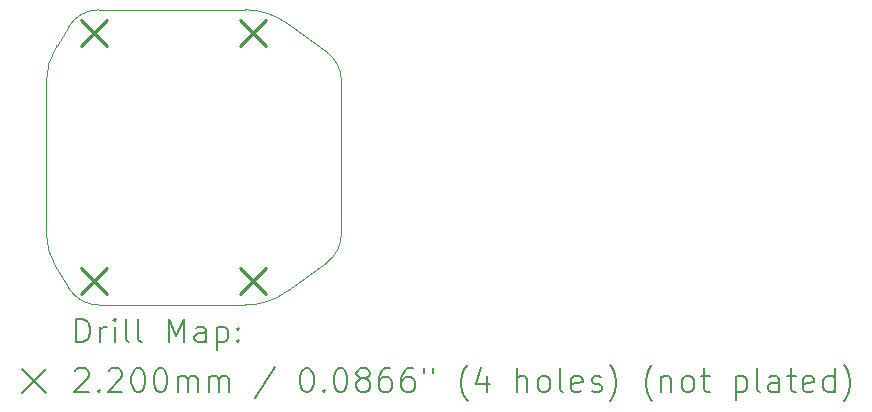
<source format=gbr>
%TF.GenerationSoftware,KiCad,Pcbnew,7.0.9*%
%TF.CreationDate,2024-09-28T05:22:22+08:00*%
%TF.ProjectId,cameraadapt,63616d65-7261-4616-9461-70742e6b6963,rev?*%
%TF.SameCoordinates,Original*%
%TF.FileFunction,Drillmap*%
%TF.FilePolarity,Positive*%
%FSLAX45Y45*%
G04 Gerber Fmt 4.5, Leading zero omitted, Abs format (unit mm)*
G04 Created by KiCad (PCBNEW 7.0.9) date 2024-09-28 05:22:22*
%MOMM*%
%LPD*%
G01*
G04 APERTURE LIST*
%ADD10C,0.100000*%
%ADD11C,0.200000*%
%ADD12C,0.220000*%
G04 APERTURE END LIST*
D10*
X-1080000Y-628571D02*
G75*
G03*
X-989434Y-945552I599999J0D01*
G01*
X-989434Y945552D02*
G75*
G03*
X-1080000Y628571I509433J-316981D01*
G01*
X957645Y1135580D02*
G75*
G03*
X605208Y1250000I-352437J-485580D01*
G01*
X605208Y-1250000D02*
G75*
G03*
X957645Y-1135580I0J600000D01*
G01*
X1420001Y647051D02*
G75*
G03*
X1296219Y889841I-300001J-1D01*
G01*
X1296218Y-889840D02*
G75*
G03*
X1420000Y-647051I-176218J242790D01*
G01*
X-888050Y-1108491D02*
G75*
G03*
X-633333Y-1250000I254717J158491D01*
G01*
X-633333Y1250000D02*
G75*
G03*
X-888050Y1108491I0J-300000D01*
G01*
X1420000Y647051D02*
X1420000Y-647051D01*
X-989434Y945552D02*
X-888050Y1108491D01*
X-1080000Y-628571D02*
X-1080000Y628571D01*
X957645Y-1135580D02*
X1296219Y-889841D01*
X605208Y-1250000D02*
X-633333Y-1250000D01*
X-633333Y1250000D02*
X605208Y1250000D01*
X-888050Y-1108491D02*
X-989434Y-945552D01*
X957645Y1135580D02*
X1296219Y889841D01*
D11*
D12*
X-785000Y1160000D02*
X-565000Y940000D01*
X-565000Y1160000D02*
X-785000Y940000D01*
X-785000Y-940000D02*
X-565000Y-1160000D01*
X-565000Y-940000D02*
X-785000Y-1160000D01*
X565000Y1160000D02*
X785000Y940000D01*
X785000Y1160000D02*
X565000Y940000D01*
X565000Y-940000D02*
X785000Y-1160000D01*
X785000Y-940000D02*
X565000Y-1160000D01*
D11*
X-824223Y-1566484D02*
X-824223Y-1366484D01*
X-824223Y-1366484D02*
X-776604Y-1366484D01*
X-776604Y-1366484D02*
X-748033Y-1376008D01*
X-748033Y-1376008D02*
X-728985Y-1395055D01*
X-728985Y-1395055D02*
X-719461Y-1414103D01*
X-719461Y-1414103D02*
X-709937Y-1452198D01*
X-709937Y-1452198D02*
X-709937Y-1480769D01*
X-709937Y-1480769D02*
X-719461Y-1518865D01*
X-719461Y-1518865D02*
X-728985Y-1537912D01*
X-728985Y-1537912D02*
X-748033Y-1556960D01*
X-748033Y-1556960D02*
X-776604Y-1566484D01*
X-776604Y-1566484D02*
X-824223Y-1566484D01*
X-624223Y-1566484D02*
X-624223Y-1433150D01*
X-624223Y-1471246D02*
X-614699Y-1452198D01*
X-614699Y-1452198D02*
X-605176Y-1442674D01*
X-605176Y-1442674D02*
X-586128Y-1433150D01*
X-586128Y-1433150D02*
X-567080Y-1433150D01*
X-500414Y-1566484D02*
X-500414Y-1433150D01*
X-500414Y-1366484D02*
X-509937Y-1376008D01*
X-509937Y-1376008D02*
X-500414Y-1385531D01*
X-500414Y-1385531D02*
X-490890Y-1376008D01*
X-490890Y-1376008D02*
X-500414Y-1366484D01*
X-500414Y-1366484D02*
X-500414Y-1385531D01*
X-376604Y-1566484D02*
X-395652Y-1556960D01*
X-395652Y-1556960D02*
X-405175Y-1537912D01*
X-405175Y-1537912D02*
X-405175Y-1366484D01*
X-271842Y-1566484D02*
X-290890Y-1556960D01*
X-290890Y-1556960D02*
X-300414Y-1537912D01*
X-300414Y-1537912D02*
X-300414Y-1366484D01*
X-43271Y-1566484D02*
X-43271Y-1366484D01*
X-43271Y-1366484D02*
X23396Y-1509341D01*
X23396Y-1509341D02*
X90062Y-1366484D01*
X90062Y-1366484D02*
X90062Y-1566484D01*
X271015Y-1566484D02*
X271015Y-1461722D01*
X271015Y-1461722D02*
X261491Y-1442674D01*
X261491Y-1442674D02*
X242443Y-1433150D01*
X242443Y-1433150D02*
X204348Y-1433150D01*
X204348Y-1433150D02*
X185301Y-1442674D01*
X271015Y-1556960D02*
X251967Y-1566484D01*
X251967Y-1566484D02*
X204348Y-1566484D01*
X204348Y-1566484D02*
X185301Y-1556960D01*
X185301Y-1556960D02*
X175777Y-1537912D01*
X175777Y-1537912D02*
X175777Y-1518865D01*
X175777Y-1518865D02*
X185301Y-1499817D01*
X185301Y-1499817D02*
X204348Y-1490293D01*
X204348Y-1490293D02*
X251967Y-1490293D01*
X251967Y-1490293D02*
X271015Y-1480769D01*
X366253Y-1433150D02*
X366253Y-1633150D01*
X366253Y-1442674D02*
X385301Y-1433150D01*
X385301Y-1433150D02*
X423396Y-1433150D01*
X423396Y-1433150D02*
X442443Y-1442674D01*
X442443Y-1442674D02*
X451967Y-1452198D01*
X451967Y-1452198D02*
X461491Y-1471246D01*
X461491Y-1471246D02*
X461491Y-1528388D01*
X461491Y-1528388D02*
X451967Y-1547436D01*
X451967Y-1547436D02*
X442443Y-1556960D01*
X442443Y-1556960D02*
X423396Y-1566484D01*
X423396Y-1566484D02*
X385301Y-1566484D01*
X385301Y-1566484D02*
X366253Y-1556960D01*
X547205Y-1547436D02*
X556729Y-1556960D01*
X556729Y-1556960D02*
X547205Y-1566484D01*
X547205Y-1566484D02*
X537682Y-1556960D01*
X537682Y-1556960D02*
X547205Y-1547436D01*
X547205Y-1547436D02*
X547205Y-1566484D01*
X547205Y-1442674D02*
X556729Y-1452198D01*
X556729Y-1452198D02*
X547205Y-1461722D01*
X547205Y-1461722D02*
X537682Y-1452198D01*
X537682Y-1452198D02*
X547205Y-1442674D01*
X547205Y-1442674D02*
X547205Y-1461722D01*
X-1285000Y-1795000D02*
X-1085000Y-1995000D01*
X-1085000Y-1795000D02*
X-1285000Y-1995000D01*
X-833747Y-1805531D02*
X-824223Y-1796008D01*
X-824223Y-1796008D02*
X-805175Y-1786484D01*
X-805175Y-1786484D02*
X-757556Y-1786484D01*
X-757556Y-1786484D02*
X-738509Y-1796008D01*
X-738509Y-1796008D02*
X-728985Y-1805531D01*
X-728985Y-1805531D02*
X-719461Y-1824579D01*
X-719461Y-1824579D02*
X-719461Y-1843627D01*
X-719461Y-1843627D02*
X-728985Y-1872198D01*
X-728985Y-1872198D02*
X-843271Y-1986484D01*
X-843271Y-1986484D02*
X-719461Y-1986484D01*
X-633747Y-1967436D02*
X-624223Y-1976960D01*
X-624223Y-1976960D02*
X-633747Y-1986484D01*
X-633747Y-1986484D02*
X-643271Y-1976960D01*
X-643271Y-1976960D02*
X-633747Y-1967436D01*
X-633747Y-1967436D02*
X-633747Y-1986484D01*
X-548033Y-1805531D02*
X-538509Y-1796008D01*
X-538509Y-1796008D02*
X-519461Y-1786484D01*
X-519461Y-1786484D02*
X-471842Y-1786484D01*
X-471842Y-1786484D02*
X-452794Y-1796008D01*
X-452794Y-1796008D02*
X-443271Y-1805531D01*
X-443271Y-1805531D02*
X-433747Y-1824579D01*
X-433747Y-1824579D02*
X-433747Y-1843627D01*
X-433747Y-1843627D02*
X-443271Y-1872198D01*
X-443271Y-1872198D02*
X-557556Y-1986484D01*
X-557556Y-1986484D02*
X-433747Y-1986484D01*
X-309937Y-1786484D02*
X-290890Y-1786484D01*
X-290890Y-1786484D02*
X-271842Y-1796008D01*
X-271842Y-1796008D02*
X-262318Y-1805531D01*
X-262318Y-1805531D02*
X-252794Y-1824579D01*
X-252794Y-1824579D02*
X-243271Y-1862674D01*
X-243271Y-1862674D02*
X-243271Y-1910293D01*
X-243271Y-1910293D02*
X-252794Y-1948388D01*
X-252794Y-1948388D02*
X-262318Y-1967436D01*
X-262318Y-1967436D02*
X-271842Y-1976960D01*
X-271842Y-1976960D02*
X-290890Y-1986484D01*
X-290890Y-1986484D02*
X-309937Y-1986484D01*
X-309937Y-1986484D02*
X-328985Y-1976960D01*
X-328985Y-1976960D02*
X-338509Y-1967436D01*
X-338509Y-1967436D02*
X-348033Y-1948388D01*
X-348033Y-1948388D02*
X-357556Y-1910293D01*
X-357556Y-1910293D02*
X-357556Y-1862674D01*
X-357556Y-1862674D02*
X-348033Y-1824579D01*
X-348033Y-1824579D02*
X-338509Y-1805531D01*
X-338509Y-1805531D02*
X-328985Y-1796008D01*
X-328985Y-1796008D02*
X-309937Y-1786484D01*
X-119461Y-1786484D02*
X-100413Y-1786484D01*
X-100413Y-1786484D02*
X-81366Y-1796008D01*
X-81366Y-1796008D02*
X-71842Y-1805531D01*
X-71842Y-1805531D02*
X-62318Y-1824579D01*
X-62318Y-1824579D02*
X-52794Y-1862674D01*
X-52794Y-1862674D02*
X-52794Y-1910293D01*
X-52794Y-1910293D02*
X-62318Y-1948388D01*
X-62318Y-1948388D02*
X-71842Y-1967436D01*
X-71842Y-1967436D02*
X-81366Y-1976960D01*
X-81366Y-1976960D02*
X-100413Y-1986484D01*
X-100413Y-1986484D02*
X-119461Y-1986484D01*
X-119461Y-1986484D02*
X-138509Y-1976960D01*
X-138509Y-1976960D02*
X-148033Y-1967436D01*
X-148033Y-1967436D02*
X-157556Y-1948388D01*
X-157556Y-1948388D02*
X-167080Y-1910293D01*
X-167080Y-1910293D02*
X-167080Y-1862674D01*
X-167080Y-1862674D02*
X-157556Y-1824579D01*
X-157556Y-1824579D02*
X-148033Y-1805531D01*
X-148033Y-1805531D02*
X-138509Y-1796008D01*
X-138509Y-1796008D02*
X-119461Y-1786484D01*
X32920Y-1986484D02*
X32920Y-1853150D01*
X32920Y-1872198D02*
X42444Y-1862674D01*
X42444Y-1862674D02*
X61491Y-1853150D01*
X61491Y-1853150D02*
X90063Y-1853150D01*
X90063Y-1853150D02*
X109110Y-1862674D01*
X109110Y-1862674D02*
X118634Y-1881722D01*
X118634Y-1881722D02*
X118634Y-1986484D01*
X118634Y-1881722D02*
X128158Y-1862674D01*
X128158Y-1862674D02*
X147205Y-1853150D01*
X147205Y-1853150D02*
X175777Y-1853150D01*
X175777Y-1853150D02*
X194824Y-1862674D01*
X194824Y-1862674D02*
X204348Y-1881722D01*
X204348Y-1881722D02*
X204348Y-1986484D01*
X299586Y-1986484D02*
X299586Y-1853150D01*
X299586Y-1872198D02*
X309110Y-1862674D01*
X309110Y-1862674D02*
X328158Y-1853150D01*
X328158Y-1853150D02*
X356729Y-1853150D01*
X356729Y-1853150D02*
X375777Y-1862674D01*
X375777Y-1862674D02*
X385301Y-1881722D01*
X385301Y-1881722D02*
X385301Y-1986484D01*
X385301Y-1881722D02*
X394824Y-1862674D01*
X394824Y-1862674D02*
X413872Y-1853150D01*
X413872Y-1853150D02*
X442443Y-1853150D01*
X442443Y-1853150D02*
X461491Y-1862674D01*
X461491Y-1862674D02*
X471015Y-1881722D01*
X471015Y-1881722D02*
X471015Y-1986484D01*
X861491Y-1776960D02*
X690063Y-2034103D01*
X1118634Y-1786484D02*
X1137682Y-1786484D01*
X1137682Y-1786484D02*
X1156729Y-1796008D01*
X1156729Y-1796008D02*
X1166253Y-1805531D01*
X1166253Y-1805531D02*
X1175777Y-1824579D01*
X1175777Y-1824579D02*
X1185301Y-1862674D01*
X1185301Y-1862674D02*
X1185301Y-1910293D01*
X1185301Y-1910293D02*
X1175777Y-1948388D01*
X1175777Y-1948388D02*
X1166253Y-1967436D01*
X1166253Y-1967436D02*
X1156729Y-1976960D01*
X1156729Y-1976960D02*
X1137682Y-1986484D01*
X1137682Y-1986484D02*
X1118634Y-1986484D01*
X1118634Y-1986484D02*
X1099587Y-1976960D01*
X1099587Y-1976960D02*
X1090063Y-1967436D01*
X1090063Y-1967436D02*
X1080539Y-1948388D01*
X1080539Y-1948388D02*
X1071015Y-1910293D01*
X1071015Y-1910293D02*
X1071015Y-1862674D01*
X1071015Y-1862674D02*
X1080539Y-1824579D01*
X1080539Y-1824579D02*
X1090063Y-1805531D01*
X1090063Y-1805531D02*
X1099587Y-1796008D01*
X1099587Y-1796008D02*
X1118634Y-1786484D01*
X1271015Y-1967436D02*
X1280539Y-1976960D01*
X1280539Y-1976960D02*
X1271015Y-1986484D01*
X1271015Y-1986484D02*
X1261491Y-1976960D01*
X1261491Y-1976960D02*
X1271015Y-1967436D01*
X1271015Y-1967436D02*
X1271015Y-1986484D01*
X1404348Y-1786484D02*
X1423396Y-1786484D01*
X1423396Y-1786484D02*
X1442444Y-1796008D01*
X1442444Y-1796008D02*
X1451967Y-1805531D01*
X1451967Y-1805531D02*
X1461491Y-1824579D01*
X1461491Y-1824579D02*
X1471015Y-1862674D01*
X1471015Y-1862674D02*
X1471015Y-1910293D01*
X1471015Y-1910293D02*
X1461491Y-1948388D01*
X1461491Y-1948388D02*
X1451967Y-1967436D01*
X1451967Y-1967436D02*
X1442444Y-1976960D01*
X1442444Y-1976960D02*
X1423396Y-1986484D01*
X1423396Y-1986484D02*
X1404348Y-1986484D01*
X1404348Y-1986484D02*
X1385301Y-1976960D01*
X1385301Y-1976960D02*
X1375777Y-1967436D01*
X1375777Y-1967436D02*
X1366253Y-1948388D01*
X1366253Y-1948388D02*
X1356729Y-1910293D01*
X1356729Y-1910293D02*
X1356729Y-1862674D01*
X1356729Y-1862674D02*
X1366253Y-1824579D01*
X1366253Y-1824579D02*
X1375777Y-1805531D01*
X1375777Y-1805531D02*
X1385301Y-1796008D01*
X1385301Y-1796008D02*
X1404348Y-1786484D01*
X1585301Y-1872198D02*
X1566253Y-1862674D01*
X1566253Y-1862674D02*
X1556729Y-1853150D01*
X1556729Y-1853150D02*
X1547206Y-1834103D01*
X1547206Y-1834103D02*
X1547206Y-1824579D01*
X1547206Y-1824579D02*
X1556729Y-1805531D01*
X1556729Y-1805531D02*
X1566253Y-1796008D01*
X1566253Y-1796008D02*
X1585301Y-1786484D01*
X1585301Y-1786484D02*
X1623396Y-1786484D01*
X1623396Y-1786484D02*
X1642444Y-1796008D01*
X1642444Y-1796008D02*
X1651967Y-1805531D01*
X1651967Y-1805531D02*
X1661491Y-1824579D01*
X1661491Y-1824579D02*
X1661491Y-1834103D01*
X1661491Y-1834103D02*
X1651967Y-1853150D01*
X1651967Y-1853150D02*
X1642444Y-1862674D01*
X1642444Y-1862674D02*
X1623396Y-1872198D01*
X1623396Y-1872198D02*
X1585301Y-1872198D01*
X1585301Y-1872198D02*
X1566253Y-1881722D01*
X1566253Y-1881722D02*
X1556729Y-1891246D01*
X1556729Y-1891246D02*
X1547206Y-1910293D01*
X1547206Y-1910293D02*
X1547206Y-1948388D01*
X1547206Y-1948388D02*
X1556729Y-1967436D01*
X1556729Y-1967436D02*
X1566253Y-1976960D01*
X1566253Y-1976960D02*
X1585301Y-1986484D01*
X1585301Y-1986484D02*
X1623396Y-1986484D01*
X1623396Y-1986484D02*
X1642444Y-1976960D01*
X1642444Y-1976960D02*
X1651967Y-1967436D01*
X1651967Y-1967436D02*
X1661491Y-1948388D01*
X1661491Y-1948388D02*
X1661491Y-1910293D01*
X1661491Y-1910293D02*
X1651967Y-1891246D01*
X1651967Y-1891246D02*
X1642444Y-1881722D01*
X1642444Y-1881722D02*
X1623396Y-1872198D01*
X1832920Y-1786484D02*
X1794825Y-1786484D01*
X1794825Y-1786484D02*
X1775777Y-1796008D01*
X1775777Y-1796008D02*
X1766253Y-1805531D01*
X1766253Y-1805531D02*
X1747206Y-1834103D01*
X1747206Y-1834103D02*
X1737682Y-1872198D01*
X1737682Y-1872198D02*
X1737682Y-1948388D01*
X1737682Y-1948388D02*
X1747206Y-1967436D01*
X1747206Y-1967436D02*
X1756729Y-1976960D01*
X1756729Y-1976960D02*
X1775777Y-1986484D01*
X1775777Y-1986484D02*
X1813872Y-1986484D01*
X1813872Y-1986484D02*
X1832920Y-1976960D01*
X1832920Y-1976960D02*
X1842444Y-1967436D01*
X1842444Y-1967436D02*
X1851967Y-1948388D01*
X1851967Y-1948388D02*
X1851967Y-1900769D01*
X1851967Y-1900769D02*
X1842444Y-1881722D01*
X1842444Y-1881722D02*
X1832920Y-1872198D01*
X1832920Y-1872198D02*
X1813872Y-1862674D01*
X1813872Y-1862674D02*
X1775777Y-1862674D01*
X1775777Y-1862674D02*
X1756729Y-1872198D01*
X1756729Y-1872198D02*
X1747206Y-1881722D01*
X1747206Y-1881722D02*
X1737682Y-1900769D01*
X2023396Y-1786484D02*
X1985301Y-1786484D01*
X1985301Y-1786484D02*
X1966253Y-1796008D01*
X1966253Y-1796008D02*
X1956729Y-1805531D01*
X1956729Y-1805531D02*
X1937682Y-1834103D01*
X1937682Y-1834103D02*
X1928158Y-1872198D01*
X1928158Y-1872198D02*
X1928158Y-1948388D01*
X1928158Y-1948388D02*
X1937682Y-1967436D01*
X1937682Y-1967436D02*
X1947206Y-1976960D01*
X1947206Y-1976960D02*
X1966253Y-1986484D01*
X1966253Y-1986484D02*
X2004348Y-1986484D01*
X2004348Y-1986484D02*
X2023396Y-1976960D01*
X2023396Y-1976960D02*
X2032920Y-1967436D01*
X2032920Y-1967436D02*
X2042444Y-1948388D01*
X2042444Y-1948388D02*
X2042444Y-1900769D01*
X2042444Y-1900769D02*
X2032920Y-1881722D01*
X2032920Y-1881722D02*
X2023396Y-1872198D01*
X2023396Y-1872198D02*
X2004348Y-1862674D01*
X2004348Y-1862674D02*
X1966253Y-1862674D01*
X1966253Y-1862674D02*
X1947206Y-1872198D01*
X1947206Y-1872198D02*
X1937682Y-1881722D01*
X1937682Y-1881722D02*
X1928158Y-1900769D01*
X2118634Y-1786484D02*
X2118634Y-1824579D01*
X2194825Y-1786484D02*
X2194825Y-1824579D01*
X2490063Y-2062674D02*
X2480539Y-2053150D01*
X2480539Y-2053150D02*
X2461491Y-2024579D01*
X2461491Y-2024579D02*
X2451968Y-2005531D01*
X2451968Y-2005531D02*
X2442444Y-1976960D01*
X2442444Y-1976960D02*
X2432920Y-1929341D01*
X2432920Y-1929341D02*
X2432920Y-1891246D01*
X2432920Y-1891246D02*
X2442444Y-1843627D01*
X2442444Y-1843627D02*
X2451968Y-1815055D01*
X2451968Y-1815055D02*
X2461491Y-1796008D01*
X2461491Y-1796008D02*
X2480539Y-1767436D01*
X2480539Y-1767436D02*
X2490063Y-1757912D01*
X2651968Y-1853150D02*
X2651968Y-1986484D01*
X2604349Y-1776960D02*
X2556730Y-1919817D01*
X2556730Y-1919817D02*
X2680539Y-1919817D01*
X2909110Y-1986484D02*
X2909110Y-1786484D01*
X2994825Y-1986484D02*
X2994825Y-1881722D01*
X2994825Y-1881722D02*
X2985301Y-1862674D01*
X2985301Y-1862674D02*
X2966253Y-1853150D01*
X2966253Y-1853150D02*
X2937682Y-1853150D01*
X2937682Y-1853150D02*
X2918634Y-1862674D01*
X2918634Y-1862674D02*
X2909110Y-1872198D01*
X3118634Y-1986484D02*
X3099587Y-1976960D01*
X3099587Y-1976960D02*
X3090063Y-1967436D01*
X3090063Y-1967436D02*
X3080539Y-1948388D01*
X3080539Y-1948388D02*
X3080539Y-1891246D01*
X3080539Y-1891246D02*
X3090063Y-1872198D01*
X3090063Y-1872198D02*
X3099587Y-1862674D01*
X3099587Y-1862674D02*
X3118634Y-1853150D01*
X3118634Y-1853150D02*
X3147206Y-1853150D01*
X3147206Y-1853150D02*
X3166253Y-1862674D01*
X3166253Y-1862674D02*
X3175777Y-1872198D01*
X3175777Y-1872198D02*
X3185301Y-1891246D01*
X3185301Y-1891246D02*
X3185301Y-1948388D01*
X3185301Y-1948388D02*
X3175777Y-1967436D01*
X3175777Y-1967436D02*
X3166253Y-1976960D01*
X3166253Y-1976960D02*
X3147206Y-1986484D01*
X3147206Y-1986484D02*
X3118634Y-1986484D01*
X3299587Y-1986484D02*
X3280539Y-1976960D01*
X3280539Y-1976960D02*
X3271015Y-1957912D01*
X3271015Y-1957912D02*
X3271015Y-1786484D01*
X3451968Y-1976960D02*
X3432920Y-1986484D01*
X3432920Y-1986484D02*
X3394825Y-1986484D01*
X3394825Y-1986484D02*
X3375777Y-1976960D01*
X3375777Y-1976960D02*
X3366253Y-1957912D01*
X3366253Y-1957912D02*
X3366253Y-1881722D01*
X3366253Y-1881722D02*
X3375777Y-1862674D01*
X3375777Y-1862674D02*
X3394825Y-1853150D01*
X3394825Y-1853150D02*
X3432920Y-1853150D01*
X3432920Y-1853150D02*
X3451968Y-1862674D01*
X3451968Y-1862674D02*
X3461491Y-1881722D01*
X3461491Y-1881722D02*
X3461491Y-1900769D01*
X3461491Y-1900769D02*
X3366253Y-1919817D01*
X3537682Y-1976960D02*
X3556730Y-1986484D01*
X3556730Y-1986484D02*
X3594825Y-1986484D01*
X3594825Y-1986484D02*
X3613872Y-1976960D01*
X3613872Y-1976960D02*
X3623396Y-1957912D01*
X3623396Y-1957912D02*
X3623396Y-1948388D01*
X3623396Y-1948388D02*
X3613872Y-1929341D01*
X3613872Y-1929341D02*
X3594825Y-1919817D01*
X3594825Y-1919817D02*
X3566253Y-1919817D01*
X3566253Y-1919817D02*
X3547206Y-1910293D01*
X3547206Y-1910293D02*
X3537682Y-1891246D01*
X3537682Y-1891246D02*
X3537682Y-1881722D01*
X3537682Y-1881722D02*
X3547206Y-1862674D01*
X3547206Y-1862674D02*
X3566253Y-1853150D01*
X3566253Y-1853150D02*
X3594825Y-1853150D01*
X3594825Y-1853150D02*
X3613872Y-1862674D01*
X3690063Y-2062674D02*
X3699587Y-2053150D01*
X3699587Y-2053150D02*
X3718634Y-2024579D01*
X3718634Y-2024579D02*
X3728158Y-2005531D01*
X3728158Y-2005531D02*
X3737682Y-1976960D01*
X3737682Y-1976960D02*
X3747206Y-1929341D01*
X3747206Y-1929341D02*
X3747206Y-1891246D01*
X3747206Y-1891246D02*
X3737682Y-1843627D01*
X3737682Y-1843627D02*
X3728158Y-1815055D01*
X3728158Y-1815055D02*
X3718634Y-1796008D01*
X3718634Y-1796008D02*
X3699587Y-1767436D01*
X3699587Y-1767436D02*
X3690063Y-1757912D01*
X4051968Y-2062674D02*
X4042444Y-2053150D01*
X4042444Y-2053150D02*
X4023396Y-2024579D01*
X4023396Y-2024579D02*
X4013872Y-2005531D01*
X4013872Y-2005531D02*
X4004349Y-1976960D01*
X4004349Y-1976960D02*
X3994825Y-1929341D01*
X3994825Y-1929341D02*
X3994825Y-1891246D01*
X3994825Y-1891246D02*
X4004349Y-1843627D01*
X4004349Y-1843627D02*
X4013872Y-1815055D01*
X4013872Y-1815055D02*
X4023396Y-1796008D01*
X4023396Y-1796008D02*
X4042444Y-1767436D01*
X4042444Y-1767436D02*
X4051968Y-1757912D01*
X4128158Y-1853150D02*
X4128158Y-1986484D01*
X4128158Y-1872198D02*
X4137682Y-1862674D01*
X4137682Y-1862674D02*
X4156730Y-1853150D01*
X4156730Y-1853150D02*
X4185301Y-1853150D01*
X4185301Y-1853150D02*
X4204349Y-1862674D01*
X4204349Y-1862674D02*
X4213873Y-1881722D01*
X4213873Y-1881722D02*
X4213873Y-1986484D01*
X4337682Y-1986484D02*
X4318634Y-1976960D01*
X4318634Y-1976960D02*
X4309111Y-1967436D01*
X4309111Y-1967436D02*
X4299587Y-1948388D01*
X4299587Y-1948388D02*
X4299587Y-1891246D01*
X4299587Y-1891246D02*
X4309111Y-1872198D01*
X4309111Y-1872198D02*
X4318634Y-1862674D01*
X4318634Y-1862674D02*
X4337682Y-1853150D01*
X4337682Y-1853150D02*
X4366254Y-1853150D01*
X4366254Y-1853150D02*
X4385301Y-1862674D01*
X4385301Y-1862674D02*
X4394825Y-1872198D01*
X4394825Y-1872198D02*
X4404349Y-1891246D01*
X4404349Y-1891246D02*
X4404349Y-1948388D01*
X4404349Y-1948388D02*
X4394825Y-1967436D01*
X4394825Y-1967436D02*
X4385301Y-1976960D01*
X4385301Y-1976960D02*
X4366254Y-1986484D01*
X4366254Y-1986484D02*
X4337682Y-1986484D01*
X4461492Y-1853150D02*
X4537682Y-1853150D01*
X4490063Y-1786484D02*
X4490063Y-1957912D01*
X4490063Y-1957912D02*
X4499587Y-1976960D01*
X4499587Y-1976960D02*
X4518634Y-1986484D01*
X4518634Y-1986484D02*
X4537682Y-1986484D01*
X4756730Y-1853150D02*
X4756730Y-2053150D01*
X4756730Y-1862674D02*
X4775777Y-1853150D01*
X4775777Y-1853150D02*
X4813873Y-1853150D01*
X4813873Y-1853150D02*
X4832920Y-1862674D01*
X4832920Y-1862674D02*
X4842444Y-1872198D01*
X4842444Y-1872198D02*
X4851968Y-1891246D01*
X4851968Y-1891246D02*
X4851968Y-1948388D01*
X4851968Y-1948388D02*
X4842444Y-1967436D01*
X4842444Y-1967436D02*
X4832920Y-1976960D01*
X4832920Y-1976960D02*
X4813873Y-1986484D01*
X4813873Y-1986484D02*
X4775777Y-1986484D01*
X4775777Y-1986484D02*
X4756730Y-1976960D01*
X4966254Y-1986484D02*
X4947206Y-1976960D01*
X4947206Y-1976960D02*
X4937682Y-1957912D01*
X4937682Y-1957912D02*
X4937682Y-1786484D01*
X5128158Y-1986484D02*
X5128158Y-1881722D01*
X5128158Y-1881722D02*
X5118635Y-1862674D01*
X5118635Y-1862674D02*
X5099587Y-1853150D01*
X5099587Y-1853150D02*
X5061492Y-1853150D01*
X5061492Y-1853150D02*
X5042444Y-1862674D01*
X5128158Y-1976960D02*
X5109111Y-1986484D01*
X5109111Y-1986484D02*
X5061492Y-1986484D01*
X5061492Y-1986484D02*
X5042444Y-1976960D01*
X5042444Y-1976960D02*
X5032920Y-1957912D01*
X5032920Y-1957912D02*
X5032920Y-1938865D01*
X5032920Y-1938865D02*
X5042444Y-1919817D01*
X5042444Y-1919817D02*
X5061492Y-1910293D01*
X5061492Y-1910293D02*
X5109111Y-1910293D01*
X5109111Y-1910293D02*
X5128158Y-1900769D01*
X5194825Y-1853150D02*
X5271015Y-1853150D01*
X5223396Y-1786484D02*
X5223396Y-1957912D01*
X5223396Y-1957912D02*
X5232920Y-1976960D01*
X5232920Y-1976960D02*
X5251968Y-1986484D01*
X5251968Y-1986484D02*
X5271015Y-1986484D01*
X5413873Y-1976960D02*
X5394825Y-1986484D01*
X5394825Y-1986484D02*
X5356730Y-1986484D01*
X5356730Y-1986484D02*
X5337682Y-1976960D01*
X5337682Y-1976960D02*
X5328158Y-1957912D01*
X5328158Y-1957912D02*
X5328158Y-1881722D01*
X5328158Y-1881722D02*
X5337682Y-1862674D01*
X5337682Y-1862674D02*
X5356730Y-1853150D01*
X5356730Y-1853150D02*
X5394825Y-1853150D01*
X5394825Y-1853150D02*
X5413873Y-1862674D01*
X5413873Y-1862674D02*
X5423396Y-1881722D01*
X5423396Y-1881722D02*
X5423396Y-1900769D01*
X5423396Y-1900769D02*
X5328158Y-1919817D01*
X5594825Y-1986484D02*
X5594825Y-1786484D01*
X5594825Y-1976960D02*
X5575777Y-1986484D01*
X5575777Y-1986484D02*
X5537682Y-1986484D01*
X5537682Y-1986484D02*
X5518635Y-1976960D01*
X5518635Y-1976960D02*
X5509111Y-1967436D01*
X5509111Y-1967436D02*
X5499587Y-1948388D01*
X5499587Y-1948388D02*
X5499587Y-1891246D01*
X5499587Y-1891246D02*
X5509111Y-1872198D01*
X5509111Y-1872198D02*
X5518635Y-1862674D01*
X5518635Y-1862674D02*
X5537682Y-1853150D01*
X5537682Y-1853150D02*
X5575777Y-1853150D01*
X5575777Y-1853150D02*
X5594825Y-1862674D01*
X5671015Y-2062674D02*
X5680539Y-2053150D01*
X5680539Y-2053150D02*
X5699587Y-2024579D01*
X5699587Y-2024579D02*
X5709111Y-2005531D01*
X5709111Y-2005531D02*
X5718634Y-1976960D01*
X5718634Y-1976960D02*
X5728158Y-1929341D01*
X5728158Y-1929341D02*
X5728158Y-1891246D01*
X5728158Y-1891246D02*
X5718634Y-1843627D01*
X5718634Y-1843627D02*
X5709111Y-1815055D01*
X5709111Y-1815055D02*
X5699587Y-1796008D01*
X5699587Y-1796008D02*
X5680539Y-1767436D01*
X5680539Y-1767436D02*
X5671015Y-1757912D01*
M02*

</source>
